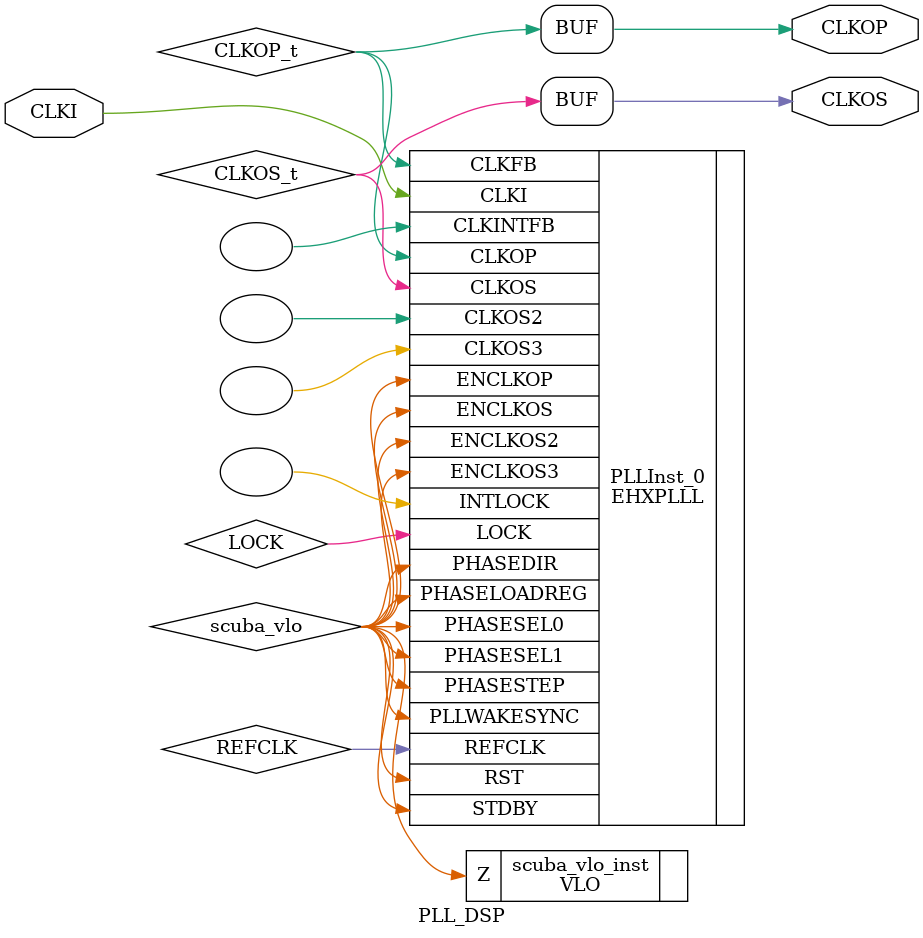
<source format=v>
/* Verilog netlist generated by SCUBA Diamond (64-bit) 3.12.0.240.2 */
/* Module Version: 5.7 */
/* C:\lscc\diamond\3.12\ispfpga\bin\nt64\scuba.exe -w -n PLL_DSP -lang verilog -synth lse -bus_exp 7 -bb -arch sa5p00 -type pll -fin 20 -fclkop 100 -fclkop_tol 0.0 -fclkos 200.00 -fclkos_tol 0.0 -phases 0 -phase_cntl STATIC -fb_mode 1 -fdc C:/Users/MrTea/workspace_v10/SKJEE/FPGA/Clarity/PLL_DSP/PLL_DSP.fdc  */
/* Sun May 14 12:14:52 2023 */


`timescale 1 ns / 1 ps
module PLL_DSP (CLKI, CLKOP, CLKOS)/* synthesis NGD_DRC_MASK=1 */;
    input wire CLKI;
    output wire CLKOP;
    output wire CLKOS;

    wire REFCLK;
    wire LOCK;
    wire CLKOS_t;
    wire CLKOP_t;
    wire scuba_vhi;
    wire scuba_vlo;

    VHI scuba_vhi_inst (.Z(scuba_vhi));

    VLO scuba_vlo_inst (.Z(scuba_vlo));

    defparam PLLInst_0.PLLRST_ENA = "DISABLED" ;
    defparam PLLInst_0.INTFB_WAKE = "DISABLED" ;
    defparam PLLInst_0.STDBY_ENABLE = "DISABLED" ;
    defparam PLLInst_0.DPHASE_SOURCE = "DISABLED" ;
    defparam PLLInst_0.CLKOS3_FPHASE = 0 ;
    defparam PLLInst_0.CLKOS3_CPHASE = 0 ;
    defparam PLLInst_0.CLKOS2_FPHASE = 0 ;
    defparam PLLInst_0.CLKOS2_CPHASE = 0 ;
    defparam PLLInst_0.CLKOS_FPHASE = 0 ;
    defparam PLLInst_0.CLKOS_CPHASE = 2 ;
    defparam PLLInst_0.CLKOP_FPHASE = 0 ;
    defparam PLLInst_0.CLKOP_CPHASE = 5 ;
    defparam PLLInst_0.PLL_LOCK_MODE = 0 ;
    defparam PLLInst_0.CLKOS_TRIM_DELAY = 0 ;
    defparam PLLInst_0.CLKOS_TRIM_POL = "FALLING" ;
    defparam PLLInst_0.CLKOP_TRIM_DELAY = 0 ;
    defparam PLLInst_0.CLKOP_TRIM_POL = "FALLING" ;
    defparam PLLInst_0.OUTDIVIDER_MUXD = "DIVD" ;
    defparam PLLInst_0.CLKOS3_ENABLE = "DISABLED" ;
    defparam PLLInst_0.OUTDIVIDER_MUXC = "DIVC" ;
    defparam PLLInst_0.CLKOS2_ENABLE = "DISABLED" ;
    defparam PLLInst_0.OUTDIVIDER_MUXB = "DIVB" ;
    defparam PLLInst_0.CLKOS_ENABLE = "ENABLED" ;
    defparam PLLInst_0.OUTDIVIDER_MUXA = "DIVA" ;
    defparam PLLInst_0.CLKOP_ENABLE = "ENABLED" ;
    defparam PLLInst_0.CLKOS3_DIV = 1 ;
    defparam PLLInst_0.CLKOS2_DIV = 1 ;
    defparam PLLInst_0.CLKOS_DIV = 3 ;
    defparam PLLInst_0.CLKOP_DIV = 6 ;
    defparam PLLInst_0.CLKFB_DIV = 5 ;
    defparam PLLInst_0.CLKI_DIV = 1 ;
    defparam PLLInst_0.FEEDBK_PATH = "CLKOP" ;
    EHXPLLL PLLInst_0 (.CLKI(CLKI), .CLKFB(CLKOP_t), .PHASESEL1(scuba_vlo), 
        .PHASESEL0(scuba_vlo), .PHASEDIR(scuba_vlo), .PHASESTEP(scuba_vlo), 
        .PHASELOADREG(scuba_vlo), .STDBY(scuba_vlo), .PLLWAKESYNC(scuba_vlo), 
        .RST(scuba_vlo), .ENCLKOP(scuba_vlo), .ENCLKOS(scuba_vlo), .ENCLKOS2(scuba_vlo), 
        .ENCLKOS3(scuba_vlo), .CLKOP(CLKOP_t), .CLKOS(CLKOS_t), .CLKOS2(), 
        .CLKOS3(), .LOCK(LOCK), .INTLOCK(), .REFCLK(REFCLK), .CLKINTFB())
             /* synthesis FREQUENCY_PIN_CLKOS="200.000000" */
             /* synthesis FREQUENCY_PIN_CLKOP="100.000000" */
             /* synthesis FREQUENCY_PIN_CLKI="20.000000" */
             /* synthesis ICP_CURRENT="5" */
             /* synthesis LPF_RESISTOR="16" */;

    assign CLKOS = CLKOS_t;
    assign CLKOP = CLKOP_t;


    // exemplar begin
    // exemplar attribute PLLInst_0 FREQUENCY_PIN_CLKOS 200.000000
    // exemplar attribute PLLInst_0 FREQUENCY_PIN_CLKOP 100.000000
    // exemplar attribute PLLInst_0 FREQUENCY_PIN_CLKI 20.000000
    // exemplar attribute PLLInst_0 ICP_CURRENT 5
    // exemplar attribute PLLInst_0 LPF_RESISTOR 16
    // exemplar end

endmodule

</source>
